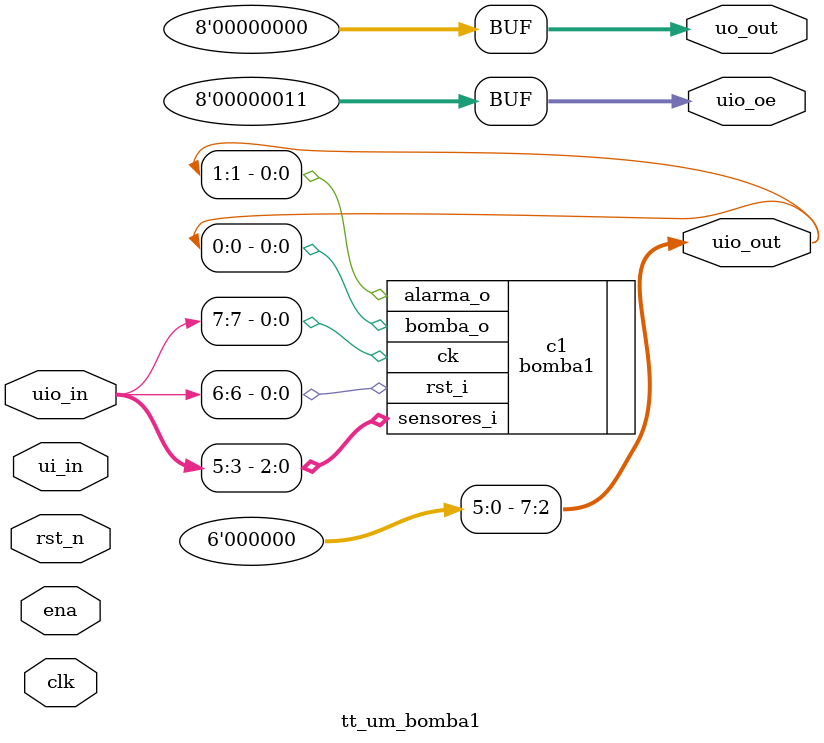
<source format=v>
/*
 * Copyright (c) 2024 Your Name
 * SPDX-License-Identifier: Apache-2.0
 */

`define default_netname none

module tt_um_bomba1 (
    input  wire [7:0] ui_in,    // Dedicated inputs
    output wire [7:0] uo_out,   // Dedicated outputs
    input  wire [7:0] uio_in,   // IOs: Input path
    output wire [7:0] uio_out,  // IOs: Output path
    output wire [7:0] uio_oe,   // IOs: Enable path (active high: 0=input, 1=output)
    input  wire       ena,      // will go high when the design is enabled
    input  wire       clk,      // clock
    input  wire       rst_n     // reset_n - low to reset
);

    
  // All output pins must be assigned. If not used, assign to 0.
    bomba1  c1 (.ck(uio_in[7]), .rst_i(uio_in[6]), .sensores_i(uio_in[5:3]), .alarma_o(uio_out[1]), .bomba_o(uio_out[0])); 
    assign uio_oe = 8'b00000011;
    assign uio_out[7:2] = 6'b000000;
    assign uo_out[7:0] = 8'b00000000;
    
endmodule

</source>
